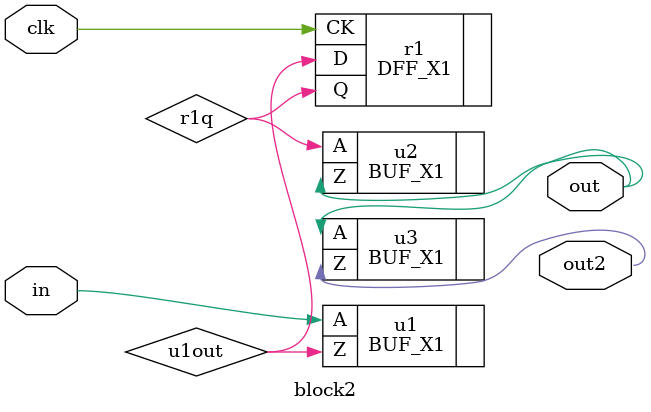
<source format=v>
module top (in, clk1, clk2, out, out2);
   input in, clk1, clk2;
   output out, out2;

   block1 b1 (.in(in), .clk(clk1), .out(b1out), .out2(out2));
   block2 b2 (.in(b1out), .clk(clk2), .out(out));
endmodule // top

module block1 (in, clk, out, out2);
   input in, clk;
   output out, out2;

   BUF_X1 u1 (.A(in), .Z(u1out));
   DFF_X1 r1 (.D(u1out), .CK(clk), .Q(r1q));
   BUF_X1 u2 (.A(r1q), .Z(out));
   BUF_X1 u3 (.A(out), .Z(out2));

endmodule // block1

module block2 (in, clk, out, out2);
   input in, clk;
   output out, out2;

   BUF_X1 u1 (.A(in), .Z(u1out));
   DFF_X1 r1 (.D(u1out), .CK(clk), .Q(r1q));
   BUF_X1 u2 (.A(r1q), .Z(out));
   BUF_X1 u3 (.A(out), .Z(out2));

endmodule // block2

</source>
